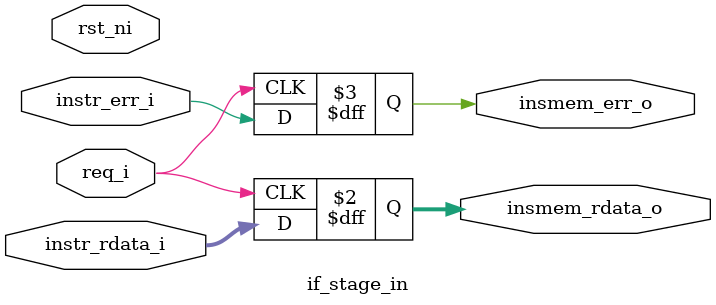
<source format=sv>


module if_stage_in(
	//control signal
	input  logic        req_i,
	input  logic		rst_ni,

	//interface ext / fetch
	output logic [31:0] insmem_rdata_o, //ce nom est pas top
	output logic 		insmem_err_o,
	
	//interface fetch / MEM
	input  logic [31:0] instr_rdata_i,
	input  logic 		instr_err_i
);

always_ff @(posedge(req_i)) begin
	insmem_rdata_o <= instr_rdata_i;
	insmem_err_o   <= instr_err_i;
end

endmodule

</source>
